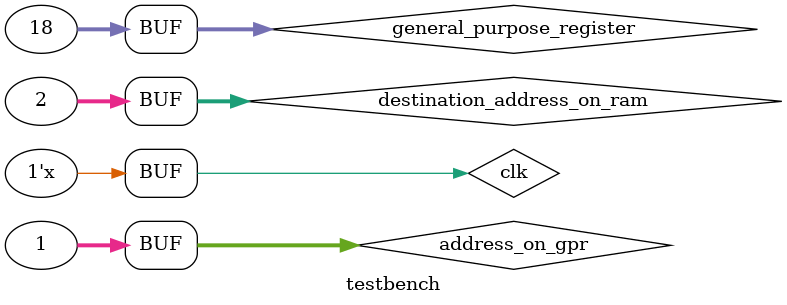
<source format=sv>
module memstate(input wire clk,input wire[31:0] general_purpose_register,input wire[31:0]address_on_gpr,input wire[31:0] destination_address_on_ram);

reg [31:0] RAM[31:0];

always @(posedge clk)begin
	RAM[destination_address_on_ram]<=general_purpose_register[address_on_gpr];
end 
endmodule

module testbench;

reg clk;
reg[31:0] general_purpose_register;
reg[31:0]address_on_gpr;
reg[31:0] destination_address_on_ram;

memstate uut(.clk(clk),.general_purpose_register(general_purpose_register),.address_on_gpr(address_on_gpr),.destination_address_on_ram(destination_address_on_ram));

always begin
	#10 clk = ~clk;
end

initial begin
	clk = 1'b0;
	general_purpose_register = 32'b0;
	address_on_gpr = 32'b0;
	destination_address_on_ram = 32'b0;
        #10
	general_purpose_register = 32'h12;
	address_on_gpr = 32'h1;
	destination_address_on_ram = 32'h2;
	$display("The result is transferred to the RAM successfully");
end
endmodule

</source>
